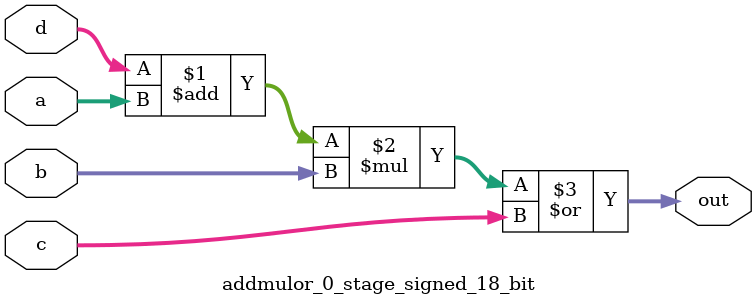
<source format=sv>
(* use_dsp = "yes" *) module addmulor_0_stage_signed_18_bit(
	input signed [17:0] a,
	input signed [17:0] b,
	input signed [17:0] c,
	input signed [17:0] d,
	output [17:0] out
	);

	assign out = ((d + a) * b) | c;
endmodule

</source>
